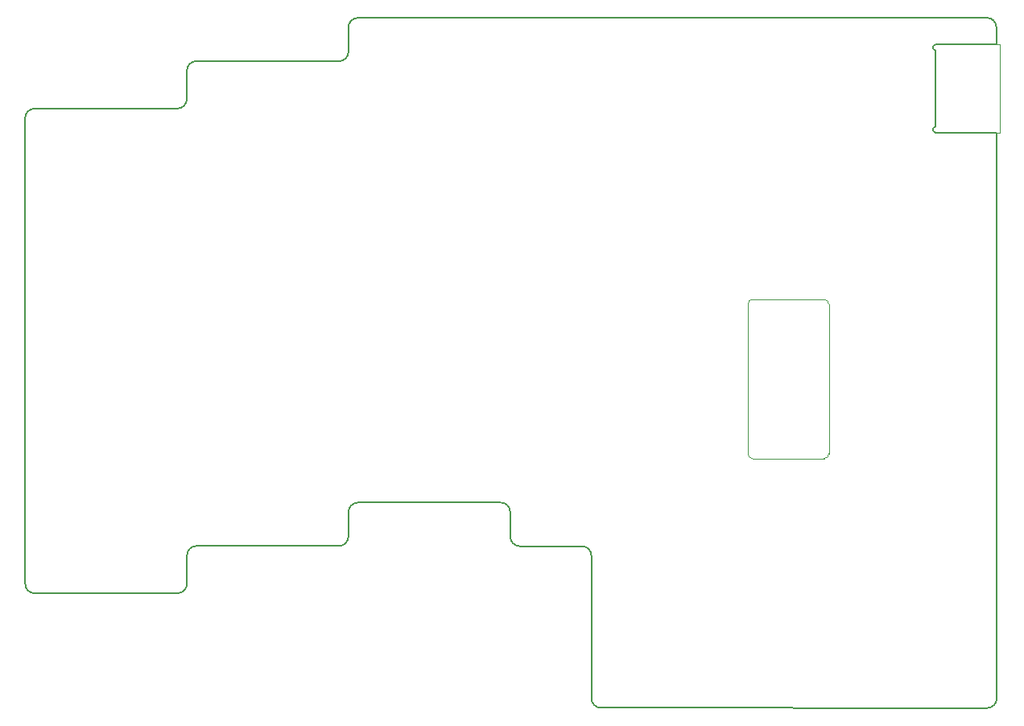
<source format=gbr>
%TF.GenerationSoftware,KiCad,Pcbnew,7.0.2*%
%TF.CreationDate,2024-03-04T12:18:32-06:00*%
%TF.ProjectId,01_capsule5_left,30315f63-6170-4737-956c-65355f6c6566,v1.0.0*%
%TF.SameCoordinates,Original*%
%TF.FileFunction,Profile,NP*%
%FSLAX46Y46*%
G04 Gerber Fmt 4.6, Leading zero omitted, Abs format (unit mm)*
G04 Created by KiCad (PCBNEW 7.0.2) date 2024-03-04 12:18:32*
%MOMM*%
%LPD*%
G01*
G04 APERTURE LIST*
%TA.AperFunction,Profile*%
%ADD10C,0.150000*%
%TD*%
%TA.AperFunction,Profile*%
%ADD11C,0.100000*%
%TD*%
%TA.AperFunction,Profile*%
%ADD12C,0.120000*%
%TD*%
G04 APERTURE END LIST*
D10*
X197382374Y-44708455D02*
G75*
G03*
X196378455Y-45712581I326J-1004245D01*
G01*
X180400195Y-100256376D02*
G75*
G03*
X179396276Y-101260537I305J-1004224D01*
G01*
X178392699Y-105241018D02*
G75*
G03*
X179396618Y-104236864I-299J1004218D01*
G01*
X162381899Y-104238837D02*
X162375839Y-55252711D01*
X221939920Y-101295199D02*
G75*
G03*
X220935840Y-100291280I-1004120J-201D01*
G01*
X213399891Y-96701229D02*
G75*
G03*
X212395730Y-95697309I-1004191J-271D01*
G01*
X221941196Y-116291669D02*
X221939995Y-101295199D01*
X220935840Y-100291280D02*
X214402150Y-100287184D01*
X179386995Y-53247288D02*
X179384635Y-50265578D01*
X195375492Y-49273411D02*
G75*
G03*
X196379411Y-48269237I-292J1004211D01*
G01*
X178383075Y-54251395D02*
G75*
G03*
X179386995Y-53247288I-275J1004195D01*
G01*
X195383659Y-100253863D02*
X180400195Y-100256382D01*
X258150000Y-48125000D02*
X258150000Y-56165000D01*
X263560257Y-117307076D02*
G75*
G03*
X264564176Y-116302870I-257J1004176D01*
G01*
X179396618Y-104236864D02*
X179396276Y-101260537D01*
X221941212Y-116291669D02*
G75*
G03*
X222945351Y-117295588I1004288J369D01*
G01*
X180388554Y-49261435D02*
G75*
G03*
X179384635Y-50265578I246J-1004165D01*
G01*
X264534100Y-45703919D02*
G75*
G03*
X263530000Y-44700000I-1004200J-281D01*
G01*
X195375492Y-49273393D02*
X180388554Y-49261423D01*
X196387578Y-99249708D02*
X196385617Y-96703080D01*
X197388650Y-95694031D02*
G75*
G03*
X196384731Y-96698251I350J-1004269D01*
G01*
X197382374Y-44708426D02*
X263530000Y-44700000D01*
X178392699Y-105241020D02*
X163386054Y-105242756D01*
X264564176Y-116302870D02*
X264550000Y-56765000D01*
X163379758Y-54248539D02*
G75*
G03*
X162375839Y-55252711I342J-1004261D01*
G01*
X264550000Y-47525000D02*
X258150000Y-47525000D01*
X258150000Y-47525000D02*
G75*
G03*
X258150000Y-48125000I0J-300000D01*
G01*
X162381944Y-104238837D02*
G75*
G03*
X163386054Y-105242756I1004156J237D01*
G01*
X212395730Y-95697309D02*
X197388650Y-95694096D01*
X213398016Y-99283265D02*
G75*
G03*
X214402150Y-100287184I1004284J365D01*
G01*
X264534155Y-45703919D02*
X264550000Y-47525000D01*
X196379411Y-48269237D02*
X196378455Y-45712581D01*
X163379758Y-54248555D02*
X178383075Y-54251444D01*
X263560257Y-117307025D02*
X222945351Y-117295588D01*
X195383659Y-100253878D02*
G75*
G03*
X196387578Y-99249708I-359J1004278D01*
G01*
X213397995Y-99283265D02*
X213399885Y-96701229D01*
X258150000Y-56765000D02*
X264550000Y-56765000D01*
X258150000Y-56165000D02*
G75*
G03*
X258150000Y-56765000I0J-300000D01*
G01*
D11*
%TO.C,U3*%
X238402806Y-90570001D02*
X238402806Y-74820001D01*
X238902806Y-74320001D02*
X246402806Y-74320001D01*
X238902806Y-91070001D02*
X246402806Y-91070001D01*
X246902806Y-74820001D02*
X246902806Y-90570001D01*
X238902806Y-74320001D02*
G75*
G03*
X238402806Y-74820001I1J-500001D01*
G01*
X238402806Y-90570001D02*
G75*
G03*
X238902806Y-91070001I499988J-12D01*
G01*
X246902799Y-74820001D02*
G75*
G03*
X246402806Y-74320001I-500049J-49D01*
G01*
X246402806Y-91070006D02*
G75*
G03*
X246902806Y-90570001I-6J500006D01*
G01*
D12*
%TO.C,J1*%
X264850000Y-47525000D02*
X258150000Y-47525000D01*
X264850000Y-47525000D02*
X264850000Y-56765000D01*
X258150000Y-48125000D02*
X258150000Y-56165000D01*
X258150000Y-56765000D02*
X264850000Y-56765000D01*
X258150000Y-47525000D02*
G75*
G03*
X258150000Y-48125000I0J-300000D01*
G01*
X258150000Y-56165000D02*
G75*
G03*
X258150000Y-56765000I0J-300000D01*
G01*
%TD*%
M02*

</source>
